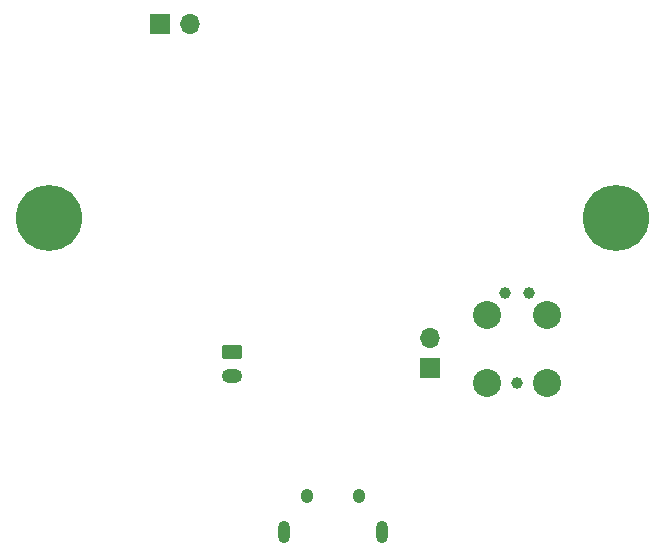
<source format=gbs>
G04 #@! TF.GenerationSoftware,KiCad,Pcbnew,7.0.5-7.0.5~ubuntu22.04.1*
G04 #@! TF.CreationDate,2023-06-05T00:28:07-04:00*
G04 #@! TF.ProjectId,reaction-trainer,72656163-7469-46f6-9e2d-747261696e65,1.0*
G04 #@! TF.SameCoordinates,Original*
G04 #@! TF.FileFunction,Soldermask,Bot*
G04 #@! TF.FilePolarity,Negative*
%FSLAX46Y46*%
G04 Gerber Fmt 4.6, Leading zero omitted, Abs format (unit mm)*
G04 Created by KiCad (PCBNEW 7.0.5-7.0.5~ubuntu22.04.1) date 2023-06-05 00:28:07*
%MOMM*%
%LPD*%
G01*
G04 APERTURE LIST*
G04 Aperture macros list*
%AMRoundRect*
0 Rectangle with rounded corners*
0 $1 Rounding radius*
0 $2 $3 $4 $5 $6 $7 $8 $9 X,Y pos of 4 corners*
0 Add a 4 corners polygon primitive as box body*
4,1,4,$2,$3,$4,$5,$6,$7,$8,$9,$2,$3,0*
0 Add four circle primitives for the rounded corners*
1,1,$1+$1,$2,$3*
1,1,$1+$1,$4,$5*
1,1,$1+$1,$6,$7*
1,1,$1+$1,$8,$9*
0 Add four rect primitives between the rounded corners*
20,1,$1+$1,$2,$3,$4,$5,0*
20,1,$1+$1,$4,$5,$6,$7,0*
20,1,$1+$1,$6,$7,$8,$9,0*
20,1,$1+$1,$8,$9,$2,$3,0*%
G04 Aperture macros list end*
%ADD10C,2.374900*%
%ADD11C,0.990600*%
%ADD12R,1.700000X1.700000*%
%ADD13O,1.700000X1.700000*%
%ADD14C,3.600000*%
%ADD15C,5.600000*%
%ADD16O,1.000000X1.900000*%
%ADD17O,1.050000X1.250000*%
%ADD18RoundRect,0.250000X-0.625000X0.350000X-0.625000X-0.350000X0.625000X-0.350000X0.625000X0.350000X0*%
%ADD19O,1.750000X1.200000*%
G04 APERTURE END LIST*
D10*
X148132800Y-103936800D03*
D11*
X150672800Y-103936800D03*
D10*
X153212800Y-103936800D03*
X148132800Y-98221800D03*
X153212800Y-98221800D03*
D11*
X149656800Y-96316800D03*
X151688800Y-96316800D03*
D12*
X143256000Y-102666800D03*
D13*
X143256000Y-100126800D03*
D14*
X111000000Y-90000000D03*
D15*
X111000000Y-90000000D03*
D16*
X130891800Y-116517800D03*
D17*
X132841800Y-113517800D03*
X137291800Y-113517800D03*
D16*
X139241800Y-116517800D03*
D14*
X159000000Y-90000000D03*
D15*
X159000000Y-90000000D03*
D12*
X120446800Y-73507600D03*
D13*
X122986800Y-73507600D03*
D18*
X126492000Y-101346000D03*
D19*
X126492000Y-103346000D03*
M02*

</source>
